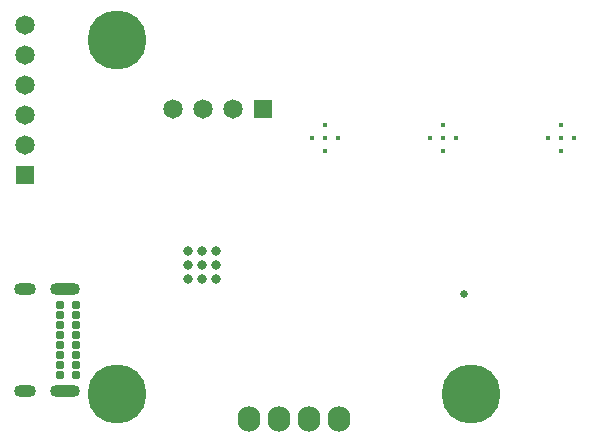
<source format=gbs>
G04*
G04 #@! TF.GenerationSoftware,Altium Limited,Altium Designer,23.7.1 (13)*
G04*
G04 Layer_Color=16711935*
%FSLAX25Y25*%
%MOIN*%
G70*
G04*
G04 #@! TF.SameCoordinates,B06C9E69-D03D-43D7-B58E-4E52A57A25FB*
G04*
G04*
G04 #@! TF.FilePolarity,Negative*
G04*
G01*
G75*
%ADD72R,0.06457X0.06457*%
%ADD73C,0.06457*%
%ADD74C,0.03110*%
%ADD75O,0.07244X0.04095*%
%ADD76O,0.10000X0.04095*%
%ADD77O,0.07638X0.08425*%
%ADD78R,0.06457X0.06457*%
%ADD79C,0.02520*%
%ADD80C,0.19685*%
%ADD105C,0.01732*%
%ADD106C,0.03162*%
D72*
X-30709Y73071D02*
D03*
D73*
Y83071D02*
D03*
Y93071D02*
D03*
Y103071D02*
D03*
Y113071D02*
D03*
Y123071D02*
D03*
X18740Y94882D02*
D03*
X28740D02*
D03*
X38740D02*
D03*
D74*
X-13543Y29823D02*
D03*
Y26476D02*
D03*
Y23130D02*
D03*
Y19783D02*
D03*
Y16437D02*
D03*
Y13091D02*
D03*
Y9744D02*
D03*
Y6398D02*
D03*
X-18858Y6398D02*
D03*
X-18858Y9744D02*
D03*
X-18858Y13091D02*
D03*
Y16437D02*
D03*
Y19783D02*
D03*
Y23130D02*
D03*
X-18858Y26476D02*
D03*
X-18858Y29823D02*
D03*
D75*
X-30709Y35138D02*
D03*
Y1083D02*
D03*
D76*
X-17402Y35138D02*
D03*
Y1083D02*
D03*
D77*
X44055Y-8268D02*
D03*
X54055D02*
D03*
X64055D02*
D03*
X74055D02*
D03*
D78*
X48740Y94882D02*
D03*
D79*
X115748Y33465D02*
D03*
D80*
X0Y0D02*
D03*
Y118110D02*
D03*
X118110Y0D02*
D03*
D105*
X73551Y85268D02*
D03*
X69221Y80937D02*
D03*
X64890Y85268D02*
D03*
X69221Y89598D02*
D03*
Y85268D02*
D03*
X108591D02*
D03*
Y89598D02*
D03*
X104260Y85268D02*
D03*
X108591Y80937D02*
D03*
X112921Y85268D02*
D03*
X152291Y85268D02*
D03*
X147961Y80937D02*
D03*
X143630Y85268D02*
D03*
X147961Y89598D02*
D03*
Y85268D02*
D03*
D106*
X23622Y38189D02*
D03*
X33071D02*
D03*
Y47638D02*
D03*
X23622D02*
D03*
Y42913D02*
D03*
X33071D02*
D03*
X28346Y38189D02*
D03*
Y47638D02*
D03*
X28346Y42913D02*
D03*
M02*

</source>
